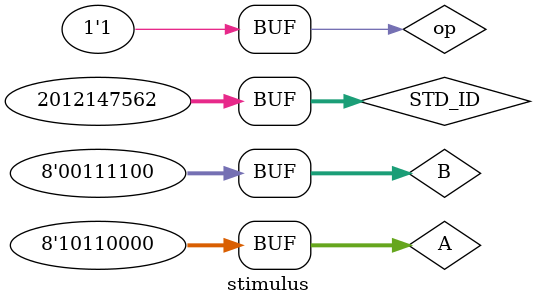
<source format=v>
module stimulus;

reg [7:0] A, B;
reg op;
wire overflow;
wire [7:0] S;
wire carry;
reg [31:0] STD_ID;

AddSub AddSub1(A, B, op, carry, S, overflow);

initial
begin
	$monitor($time, " A = %b, B = %b, op = %b, --- carry = %b, S = %b, overflow = %b\n", A, B, op, carry, S, overflow);
end

initial
begin
	STD_ID = 32'd2012147562;
	
	A = 8'b00001100; B = 8'b00001100; op = 1'b0;
	#5 A = 8'b00001100; B = 8'b00001100; op = 1'b1;
	#5 A = 8'b00001101; B = 8'b00011001; op = 1'b1;
	#5 A = 8'b01100100; B = 8'b00110010; op = 1'b0;
	#5 A = 8'b10110000; B = 8'b00111100; op = 1'b1;

end

endmodule


</source>
